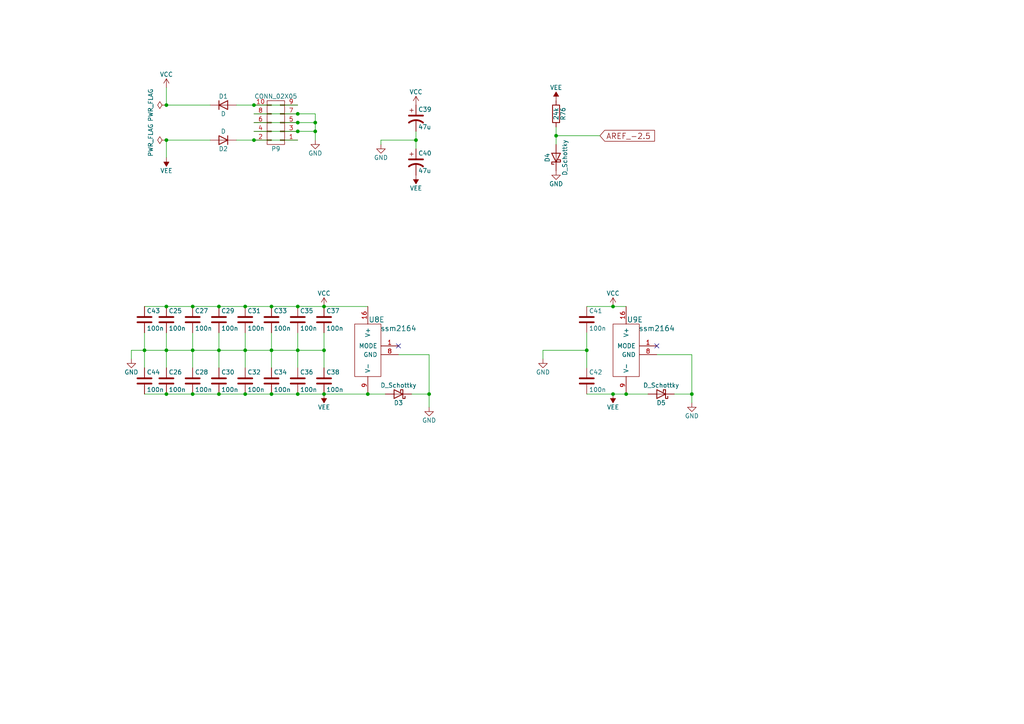
<source format=kicad_sch>
(kicad_sch (version 20211123) (generator eeschema)
  (paper "A4")
  (title_block (title "Tetra VCA") (date "2021-07-21") (rev "1") (company "SOLI.SYNTH") (comment 1 "www.solisynth.com"))
  (lib_symbols
    (symbol "Device:C" (pin_numbers hide) (pin_names (offset 0.254))
      (property "Reference" "C" (at 0.635 2.54 0))
      (property "Value" "C" (at 0.635 -2.54 0))
      (symbol "C_0_1"
        (polyline (pts (xy -2.032 -0.762) (xy 2.032 -0.762)) (stroke (width 0.508)))
        (polyline (pts (xy -2.032 0.762) (xy 2.032 0.762)) (stroke (width 0.508)))
      )
      (symbol "C_1_1"
        (pin passive line (at 0 3.81 270) (length 2.794) (name "~") (number "1"))
        (pin passive line (at 0 -3.81 90) (length 2.794) (name "~") (number "2"))
      )
    )
    (symbol "Device:D" (pin_numbers hide) (pin_names (offset 1.016) hide)
      (property "Reference" "D" (at 0 2.54 0))
      (property "Value" "D" (at 0 -2.54 0))
      (symbol "D_0_1"
        (polyline (pts (xy -1.27 1.27) (xy -1.27 -1.27)) (stroke (width 0.254)))
        (polyline (pts (xy 1.27 0) (xy -1.27 0)))
        (polyline (pts (xy 1.27 1.27) (xy 1.27 -1.27) (xy -1.27 0) (xy 1.27 1.27)) (stroke (width 0.254)))
      )
      (symbol "D_1_1"
        (pin passive line (at -3.81 0 0) (length 2.54) (name "K") (number "1"))
        (pin passive line (at 3.81 0 180) (length 2.54) (name "A") (number "2"))
      )
    )
    (symbol "Device:D_Schottky" (pin_numbers hide) (pin_names (offset 1.016) hide)
      (property "Reference" "D" (at 0 2.54 0))
      (property "Value" "D_Schottky" (at 0 -2.54 0))
      (symbol "D_Schottky_0_1"
        (polyline (pts (xy 1.27 0) (xy -1.27 0)))
        (polyline (pts (xy 1.27 1.27) (xy 1.27 -1.27) (xy -1.27 0) (xy 1.27 1.27)) (stroke (width 0.254)))
        (polyline (pts (xy -1.905 0.635) (xy -1.905 1.27) (xy -1.27 1.27) (xy -1.27 -1.27) (xy -0.635 -1.27) (xy -0.635 -0.635)) (stroke (width 0.254)))
      )
      (symbol "D_Schottky_1_1"
        (pin passive line (at -3.81 0 0) (length 2.54) (name "K") (number "1"))
        (pin passive line (at 3.81 0 180) (length 2.54) (name "A") (number "2"))
      )
    )
    (symbol "Device:R" (pin_numbers hide) (pin_names (offset 0))
      (property "Reference" "R" (at 2.032 0 90))
      (property "Value" "R" (at 0 0 90))
      (symbol "R_0_1"
        (rectangle (start -1.016 -2.54) (end 1.016 2.54) (stroke (width 0.254)))
      )
      (symbol "R_1_1"
        (pin passive line (at 0 3.81 270) (length 1.27) (name "~") (number "1"))
        (pin passive line (at 0 -3.81 90) (length 1.27) (name "~") (number "2"))
      )
    )
    (symbol "TetraVCA-rescue:CP1-Device" (pin_numbers hide) (pin_names (offset 0.254) hide)
      (property "Reference" "C" (at 0.635 2.54 0))
      (property "Value" "CP1-Device" (at 0.635 -2.54 0))
      (symbol "CP1-Device_0_1"
        (polyline (pts (xy -2.032 0.762) (xy 2.032 0.762)) (stroke (width 0.508)))
        (polyline (pts (xy -1.778 2.286) (xy -0.762 2.286)))
        (polyline (pts (xy -1.27 1.778) (xy -1.27 2.794)))
        (arc (start 2.032 -1.27) (mid 0 -0.5572) (end -2.032 -1.27) (stroke (width 0.508)))
      )
      (symbol "CP1-Device_1_1"
        (pin passive line (at 0 3.81 270) (length 2.794) (name "~") (number "1"))
        (pin passive line (at 0 -3.81 90) (length 3.302) (name "~") (number "2"))
      )
    )
    (symbol "TetraVCA_3_0-rescue:CONN_02X05-tetraVCA-rescue-TetraVCA_2.0-rescue" (pin_names (offset 0.0254) hide)
      (property "Reference" "P" (at 0 7.62 0))
      (property "Value" "CONN_02X05-tetraVCA-rescue-TetraVCA_2.0-rescue" (at 0 -7.62 0))
      (symbol "CONN_02X05-tetraVCA-rescue-TetraVCA_2.0-rescue_0_1"
        (rectangle (start -2.54 -4.953) (end -1.27 -5.207))
        (rectangle (start -2.54 -2.413) (end -1.27 -2.667))
        (rectangle (start -2.54 0.127) (end -1.27 -0.127))
        (rectangle (start -2.54 2.667) (end -1.27 2.413))
        (rectangle (start -2.54 5.207) (end -1.27 4.953))
        (rectangle (start -2.54 6.35) (end 2.54 -6.35))
        (rectangle (start 1.27 -4.953) (end 2.54 -5.207))
        (rectangle (start 1.27 -2.413) (end 2.54 -2.667))
        (rectangle (start 1.27 0.127) (end 2.54 -0.127))
        (rectangle (start 1.27 2.667) (end 2.54 2.413))
        (rectangle (start 1.27 5.207) (end 2.54 4.953))
      )
      (symbol "CONN_02X05-tetraVCA-rescue-TetraVCA_2.0-rescue_1_1"
        (pin passive line (at -6.35 5.08 0) (length 3.81) (name "P1") (number "1"))
        (pin passive line (at 6.35 -5.08 180) (length 3.81) (name "P10") (number "10"))
        (pin passive line (at 6.35 5.08 180) (length 3.81) (name "P2") (number "2"))
        (pin passive line (at -6.35 2.54 0) (length 3.81) (name "P3") (number "3"))
        (pin passive line (at 6.35 2.54 180) (length 3.81) (name "P4") (number "4"))
        (pin passive line (at -6.35 0 0) (length 3.81) (name "P5") (number "5"))
        (pin passive line (at 6.35 0 180) (length 3.81) (name "P6") (number "6"))
        (pin passive line (at -6.35 -2.54 0) (length 3.81) (name "P7") (number "7"))
        (pin passive line (at 6.35 -2.54 180) (length 3.81) (name "P8") (number "8"))
        (pin passive line (at -6.35 -5.08 0) (length 3.81) (name "P9") (number "9"))
      )
    )
    (symbol "TetraVCA_3_0-rescue:ssm2164-tetraVCA-rescue-TetraVCA_2.0-rescue" (pin_names (offset 1.016))
      (property "Reference" "U" (at 6.35 -6.35 0))
      (property "Value" "ssm2164-tetraVCA-rescue-TetraVCA_2.0-rescue" (at 8.89 -8.89 0))
      (symbol "ssm2164-tetraVCA-rescue-TetraVCA_2.0-rescue_1_1"
        (polyline (pts (xy -1.27 2.54) (xy -1.27 -2.54) (xy 1.27 -2.54) (xy 5.08 0) (xy 1.27 2.54) (xy 1.27 -2.54) (xy -1.27 2.54) (xy 1.27 2.54) (xy -1.27 -2.54)))
        (pin input line (at -6.35 0 0) (length 5.08) (name "~") (number "2"))
        (pin input line (at 0 -7.62 90) (length 5.08) (name "~") (number "3"))
        (pin input line (at 10.16 0 180) (length 5.08) (name "~") (number "4"))
      )
      (symbol "ssm2164-tetraVCA-rescue-TetraVCA_2.0-rescue_2_1"
        (polyline (pts (xy -1.27 2.54) (xy -1.27 -2.54) (xy 1.27 -2.54) (xy 5.08 0) (xy 1.27 2.54) (xy 1.27 -2.54) (xy -1.27 2.54) (xy 1.27 2.54) (xy -1.27 -2.54)))
        (pin input line (at 10.16 0 180) (length 5.08) (name "~") (number "5"))
        (pin input line (at 0 -7.62 90) (length 5.08) (name "~") (number "6"))
        (pin input line (at -6.35 0 0) (length 5.08) (name "~") (number "7"))
      )
      (symbol "ssm2164-tetraVCA-rescue-TetraVCA_2.0-rescue_3_1"
        (polyline (pts (xy -1.27 2.54) (xy -1.27 -2.54) (xy 1.27 -2.54) (xy 5.08 0) (xy 1.27 2.54) (xy 1.27 -2.54) (xy -1.27 2.54) (xy 1.27 2.54) (xy -1.27 -2.54)))
        (pin input line (at -6.35 0 0) (length 5.08) (name "~") (number "10"))
        (pin input line (at 0 -7.62 90) (length 5.08) (name "~") (number "11"))
        (pin input line (at 10.16 0 180) (length 5.08) (name "~") (number "12"))
      )
      (symbol "ssm2164-tetraVCA-rescue-TetraVCA_2.0-rescue_4_1"
        (polyline (pts (xy -1.27 2.54) (xy -1.27 -2.54) (xy 1.27 -2.54) (xy 5.08 0) (xy 1.27 2.54) (xy 1.27 -2.54) (xy -1.27 2.54) (xy 1.27 2.54) (xy -1.27 -2.54)))
        (pin input line (at 10.16 0 180) (length 5.08) (name "~") (number "13"))
        (pin input line (at 0 -7.62 90) (length 5.08) (name "~") (number "14"))
        (pin input line (at -6.35 0 0) (length 5.08) (name "~") (number "15"))
      )
      (symbol "ssm2164-tetraVCA-rescue-TetraVCA_2.0-rescue_5_1"
        (rectangle (start 3.81 7.62) (end -3.81 -7.62))
        (pin input line (at 8.89 1.27 180) (length 5.08) (name "MODE") (number "1"))
        (pin input line (at 0 12.7 270) (length 5.08) (name "V+") (number "16"))
        (pin input line (at 8.89 -1.27 180) (length 5.08) (name "GND") (number "8"))
        (pin input line (at 0 -12.7 90) (length 5.08) (name "V-") (number "9"))
      )
    )
    (symbol "power:GND" (power) (pin_names (offset 0))
      (property "Value" "GND" (at 0 -3.81 0))
      (symbol "GND_0_1"
        (polyline (pts (xy 0 0) (xy 0 -1.27) (xy 1.27 -1.27) (xy 0 -2.54) (xy -1.27 -1.27) (xy 0 -1.27)))
      )
      (symbol "GND_1_1"
        (pin power_in line (at 0 0 270) (length 0) hide (name "GND") (number "1"))
      )
    )
    (symbol "power:PWR_FLAG" (power) (pin_numbers hide) (pin_names (offset 0) hide)
      (property "Value" "PWR_FLAG" (at 0 3.81 0))
      (symbol "PWR_FLAG_0_0"
        (pin power_out line (at 0 0 90) (length 0) (name "pwr") (number "1"))
      )
      (symbol "PWR_FLAG_0_1"
        (polyline (pts (xy 0 0) (xy 0 1.27) (xy -1.016 1.905) (xy 0 2.54) (xy 1.016 1.905) (xy 0 1.27)))
      )
    )
    (symbol "power:VCC" (power) (pin_names (offset 0))
      (property "Value" "VCC" (at 0 3.81 0))
      (symbol "VCC_0_1"
        (polyline (pts (xy -0.762 1.27) (xy 0 2.54)))
        (polyline (pts (xy 0 0) (xy 0 2.54)))
        (polyline (pts (xy 0 2.54) (xy 0.762 1.27)))
      )
      (symbol "VCC_1_1"
        (pin power_in line (at 0 0 90) (length 0) hide (name "VCC") (number "1"))
      )
    )
    (symbol "power:VEE" (power) (pin_names (offset 0))
      (property "Value" "VEE" (at 0 3.81 0))
      (symbol "VEE_0_1"
        (polyline (pts (xy 0 0) (xy 0 2.54)))
        (polyline (pts (xy 0.762 1.27) (xy -0.762 1.27) (xy 0 2.54) (xy 0.762 1.27)) (fill (type outline)))
      )
      (symbol "VEE_1_1"
        (pin power_in line (at 0 0 90) (length 0) hide (name "VEE") (number "1"))
      )
    )
  )
  (junction (at 63.5 101.6))
  (junction (at 86.36 88.9))
  (junction (at 78.74 101.6))
  (junction (at 91.44 38.1))
  (junction (at 48.26 40.64))
  (junction (at 73.66 40.64))
  (junction (at 48.26 101.6))
  (junction (at 48.26 30.48))
  (junction (at 78.74 114.3))
  (junction (at 106.68 114.3))
  (junction (at 91.44 35.56))
  (junction (at 71.12 88.9))
  (junction (at 86.36 114.3))
  (junction (at 78.74 88.9))
  (junction (at 124.46 114.3))
  (junction (at 93.98 114.3))
  (junction (at 120.65 40.64))
  (junction (at 86.36 33.02))
  (junction (at 93.98 88.9))
  (junction (at 55.88 101.6))
  (junction (at 71.12 114.3))
  (junction (at 48.26 114.3))
  (junction (at 86.36 38.1))
  (junction (at 93.98 101.6))
  (junction (at 161.29 39.37))
  (junction (at 71.12 101.6))
  (junction (at 200.66 114.3))
  (junction (at 177.8 88.9))
  (junction (at 55.88 114.3))
  (junction (at 86.36 101.6))
  (junction (at 41.91 101.6))
  (junction (at 170.18 101.6))
  (junction (at 63.5 88.9))
  (junction (at 63.5 114.3))
  (junction (at 181.61 114.3))
  (junction (at 48.26 88.9))
  (junction (at 55.88 88.9))
  (junction (at 177.8 114.3))
  (junction (at 73.66 30.48))
  (junction (at 86.36 35.56))
  (no_connect (at 115.57 100.33))
  (no_connect (at 190.5 100.33))
  (wire (pts (xy 170.18 88.9) (xy 177.8 88.9)))
  (wire (pts (xy 177.8 88.9) (xy 181.61 88.9)))
  (wire (pts (xy 124.46 114.3) (xy 124.46 118.11)))
  (wire (pts (xy 161.29 36.83) (xy 161.29 39.37)))
  (wire (pts (xy 110.49 40.64) (xy 120.65 40.64)))
  (wire (pts (xy 55.88 88.9) (xy 63.5 88.9)))
  (wire (pts (xy 93.98 114.3) (xy 106.68 114.3)))
  (wire (pts (xy 200.66 114.3) (xy 195.58 114.3)))
  (wire (pts (xy 55.88 114.3) (xy 63.5 114.3)))
  (wire (pts (xy 91.44 38.1) (xy 91.44 40.64)))
  (wire (pts (xy 55.88 101.6) (xy 63.5 101.6)))
  (wire (pts (xy 110.49 41.91) (xy 110.49 40.64)))
  (wire (pts (xy 41.91 96.52) (xy 41.91 101.6)))
  (wire (pts (xy 73.66 30.48) (xy 86.36 30.48)))
  (wire (pts (xy 71.12 96.52) (xy 71.12 101.6)))
  (wire (pts (xy 86.36 101.6) (xy 86.36 106.68)))
  (wire (pts (xy 124.46 102.87) (xy 124.46 114.3)))
  (wire (pts (xy 71.12 101.6) (xy 78.74 101.6)))
  (wire (pts (xy 55.88 96.52) (xy 55.88 101.6)))
  (wire (pts (xy 41.91 114.3) (xy 48.26 114.3)))
  (wire (pts (xy 200.66 114.3) (xy 200.66 116.84)))
  (wire (pts (xy 73.66 33.02) (xy 86.36 33.02)))
  (wire (pts (xy 63.5 101.6) (xy 71.12 101.6)))
  (wire (pts (xy 170.18 106.68) (xy 170.18 101.6)))
  (wire (pts (xy 71.12 88.9) (xy 78.74 88.9)))
  (wire (pts (xy 48.26 101.6) (xy 55.88 101.6)))
  (wire (pts (xy 68.58 30.48) (xy 73.66 30.48)))
  (wire (pts (xy 170.18 114.3) (xy 177.8 114.3)))
  (wire (pts (xy 86.36 101.6) (xy 93.98 101.6)))
  (wire (pts (xy 78.74 114.3) (xy 86.36 114.3)))
  (wire (pts (xy 93.98 96.52) (xy 93.98 101.6)))
  (wire (pts (xy 63.5 114.3) (xy 71.12 114.3)))
  (wire (pts (xy 48.26 88.9) (xy 55.88 88.9)))
  (wire (pts (xy 48.26 30.48) (xy 48.26 25.4)))
  (wire (pts (xy 177.8 114.3) (xy 181.61 114.3)))
  (wire (pts (xy 78.74 101.6) (xy 78.74 106.68)))
  (wire (pts (xy 38.1 101.6) (xy 41.91 101.6)))
  (wire (pts (xy 73.66 38.1) (xy 86.36 38.1)))
  (wire (pts (xy 86.36 114.3) (xy 93.98 114.3)))
  (wire (pts (xy 38.1 104.14) (xy 38.1 101.6)))
  (wire (pts (xy 161.29 39.37) (xy 161.29 41.91)))
  (wire (pts (xy 115.57 102.87) (xy 124.46 102.87)))
  (wire (pts (xy 73.66 40.64) (xy 86.36 40.64)))
  (wire (pts (xy 63.5 101.6) (xy 63.5 106.68)))
  (wire (pts (xy 93.98 101.6) (xy 93.98 106.68)))
  (wire (pts (xy 91.44 35.56) (xy 91.44 38.1)))
  (wire (pts (xy 200.66 102.87) (xy 200.66 114.3)))
  (wire (pts (xy 86.36 96.52) (xy 86.36 101.6)))
  (wire (pts (xy 48.26 40.64) (xy 48.26 45.72)))
  (wire (pts (xy 48.26 30.48) (xy 60.96 30.48)))
  (wire (pts (xy 157.48 104.14) (xy 157.48 101.6)))
  (wire (pts (xy 41.91 88.9) (xy 48.26 88.9)))
  (wire (pts (xy 48.26 101.6) (xy 48.26 106.68)))
  (wire (pts (xy 41.91 101.6) (xy 48.26 101.6)))
  (wire (pts (xy 48.26 114.3) (xy 55.88 114.3)))
  (wire (pts (xy 68.58 40.64) (xy 73.66 40.64)))
  (wire (pts (xy 78.74 88.9) (xy 86.36 88.9)))
  (wire (pts (xy 73.66 35.56) (xy 86.36 35.56)))
  (wire (pts (xy 161.29 39.37) (xy 173.99 39.37)))
  (wire (pts (xy 86.36 35.56) (xy 91.44 35.56)))
  (wire (pts (xy 106.68 114.3) (xy 111.76 114.3)))
  (wire (pts (xy 181.61 114.3) (xy 187.96 114.3)))
  (wire (pts (xy 93.98 88.9) (xy 106.68 88.9)))
  (wire (pts (xy 170.18 101.6) (xy 170.18 96.52)))
  (wire (pts (xy 120.65 38.1) (xy 120.65 40.64)))
  (wire (pts (xy 78.74 101.6) (xy 86.36 101.6)))
  (wire (pts (xy 190.5 102.87) (xy 200.66 102.87)))
  (wire (pts (xy 86.36 38.1) (xy 91.44 38.1)))
  (wire (pts (xy 71.12 101.6) (xy 71.12 106.68)))
  (wire (pts (xy 63.5 96.52) (xy 63.5 101.6)))
  (wire (pts (xy 55.88 101.6) (xy 55.88 106.68)))
  (wire (pts (xy 86.36 33.02) (xy 91.44 33.02)))
  (wire (pts (xy 120.65 40.64) (xy 120.65 43.18)))
  (wire (pts (xy 91.44 33.02) (xy 91.44 35.56)))
  (wire (pts (xy 41.91 106.68) (xy 41.91 101.6)))
  (wire (pts (xy 71.12 114.3) (xy 78.74 114.3)))
  (wire (pts (xy 157.48 101.6) (xy 170.18 101.6)))
  (wire (pts (xy 124.46 114.3) (xy 119.38 114.3)))
  (wire (pts (xy 78.74 96.52) (xy 78.74 101.6)))
  (wire (pts (xy 48.26 96.52) (xy 48.26 101.6)))
  (wire (pts (xy 48.26 40.64) (xy 60.96 40.64)))
  (wire (pts (xy 63.5 88.9) (xy 71.12 88.9)))
  (wire (pts (xy 86.36 88.9) (xy 93.98 88.9)))
  (global_label "AREF_-2.5" (shape input) (at 173.99 39.37 0) (effects (font (size 1.6002 1.6002))) (property "Intersheet References" "${INTERSHEET_REFS}" (effects hide)))
  (symbol (lib_id "TetraVCA_3_0-rescue:CONN_02X05-tetraVCA-rescue-TetraVCA_2.0-rescue") (at 80.01 35.56 180) (unit 1)
    (property "Reference" "P9" (at 80.01 43.18 0))
    (property "Value" "CONN_02X05" (at 80.01 27.94 0))
    (property "Footprint" "Connector_IDC:IDC-Header_2x05_P2.54mm_Vertical" (effects hide))
    (property "MFN" "Wurth Elektronik" (effects hide))
    (property "MPN" "61201021621" (effects hide))
  )
  (symbol (lib_id "Device:D") (at 64.77 30.48 0) (unit 1)
    (property "Reference" "D1" (at 64.77 27.94 0))
    (property "Value" "D" (at 64.77 33.02 0))
    (property "Footprint" "Diode_SMD:D_0603_1608Metric_Pad1.05x0.95mm_HandSolder" (effects hide))
  )
  (symbol (lib_id "power:VCC") (at 48.26 25.4 0) (unit 1)
    (property "Reference" "#PWR0205" (effects hide))
    (property "Value" "VCC" (at 48.26 21.59 0))
  )
  (symbol (lib_id "power:GND") (at 91.44 40.64 0) (unit 1)
    (property "Reference" "#PWR0206" (effects hide))
    (property "Value" "GND" (at 91.44 44.45 0))
  )
  (symbol (lib_id "Device:D") (at 64.77 40.64 180) (unit 1)
    (property "Reference" "D2" (at 64.77 43.18 0))
    (property "Value" "D" (at 64.77 38.1 0))
    (property "Footprint" "Diode_SMD:D_0603_1608Metric_Pad1.05x0.95mm_HandSolder" (effects hide))
  )
  (symbol (lib_id "power:VEE") (at 48.26 45.72 180) (unit 1)
    (property "Reference" "#PWR0207" (effects hide))
    (property "Value" "VEE" (at 48.26 49.53 0))
  )
  (symbol (lib_id "TetraVCA-rescue:CP1-Device") (at 120.65 34.29 0) (unit 1)
    (property "Reference" "C39" (at 121.285 31.75 0) (effects (justify left)))
    (property "Value" "47u" (at 121.285 36.83 0) (effects (justify left)))
    (property "Footprint" "Capacitor_SMD:CP_Elec_6.3x5.3" (effects hide))
  )
  (symbol (lib_id "TetraVCA-rescue:CP1-Device") (at 120.65 46.99 0) (unit 1)
    (property "Reference" "C40" (at 121.285 44.45 0) (effects (justify left)))
    (property "Value" "47u" (at 121.285 49.53 0) (effects (justify left)))
    (property "Footprint" "Capacitor_SMD:CP_Elec_6.3x5.3" (effects hide))
  )
  (symbol (lib_id "power:GND") (at 110.49 41.91 0) (unit 1)
    (property "Reference" "#PWR0208" (effects hide))
    (property "Value" "GND" (at 110.49 45.72 0))
  )
  (symbol (lib_id "power:VEE") (at 120.65 50.8 180) (unit 1)
    (property "Reference" "#PWR0209" (effects hide))
    (property "Value" "VEE" (at 120.65 54.61 0))
  )
  (symbol (lib_id "power:VCC") (at 120.65 30.48 0) (unit 1)
    (property "Reference" "#PWR0210" (effects hide))
    (property "Value" "VCC" (at 120.65 26.67 0))
  )
  (symbol (lib_id "Device:D_Schottky") (at 161.29 45.72 90) (unit 1)
    (property "Reference" "D4" (at 158.75 45.72 0))
    (property "Value" "D_Schottky" (at 163.83 45.72 0))
    (property "Footprint" "Package_TO_SOT_SMD:TSOT-23" (effects hide))
    (property "MFN" "Microchip Technology" (effects hide))
    (property "MPN" "LM4040CYM3-2.5-TR" (effects hide))
  )
  (symbol (lib_id "Device:R") (at 161.29 33.02 0) (unit 1)
    (property "Reference" "R76" (at 163.322 33.02 90))
    (property "Value" "24k" (at 161.29 33.02 90))
    (property "Footprint" "Resistor_SMD:R_0603_1608Metric_Pad1.05x0.95mm_HandSolder" (effects hide))
  )
  (symbol (lib_id "power:VEE") (at 161.29 29.21 0) (unit 1)
    (property "Reference" "#PWR0211" (effects hide))
    (property "Value" "VEE" (at 161.29 25.4 0))
  )
  (symbol (lib_id "power:GND") (at 161.29 49.53 0) (unit 1)
    (property "Reference" "#PWR0212" (effects hide))
    (property "Value" "GND" (at 161.29 53.34 0))
  )
  (symbol (lib_id "TetraVCA_3_0-rescue:ssm2164-tetraVCA-rescue-TetraVCA_2.0-rescue") (at 106.68 101.6 0) (unit 5)
    (property "Reference" "U8" (at 109.22 92.71 0) (effects (font (size 1.524 1.524))))
    (property "Value" "ssm2164" (at 115.57 95.25 0) (effects (font (size 1.524 1.524))))
    (property "Footprint" "Package_SO:SOIC-16_3.9x9.9mm_P1.27mm" (effects hide))
    (property "MFN" "cool audio" (effects hide))
    (property "MPN" "SSM2164" (effects hide))
  )
  (symbol (lib_id "TetraVCA_3_0-rescue:ssm2164-tetraVCA-rescue-TetraVCA_2.0-rescue") (at 181.61 101.6 0) (unit 5)
    (property "Reference" "U9" (at 184.15 92.71 0) (effects (font (size 1.524 1.524))))
    (property "Value" "ssm2164" (at 190.5 95.25 0) (effects (font (size 1.524 1.524))))
    (property "Footprint" "Package_SO:SOIC-16_3.9x9.9mm_P1.27mm" (effects hide))
    (property "MFN" "cool audio" (effects hide))
    (property "MPN" "SSM2164" (effects hide))
  )
  (symbol (lib_id "Device:C") (at 93.98 92.71 0) (unit 1)
    (property "Reference" "C37" (at 94.615 90.17 0) (effects (justify left)))
    (property "Value" "100n" (at 94.615 95.25 0) (effects (justify left)))
    (property "Footprint" "Capacitor_SMD:C_0603_1608Metric_Pad1.05x0.95mm_HandSolder" (effects hide))
  )
  (symbol (lib_id "Device:C") (at 86.36 92.71 0) (unit 1)
    (property "Reference" "C35" (at 86.995 90.17 0) (effects (justify left)))
    (property "Value" "100n" (at 86.995 95.25 0) (effects (justify left)))
    (property "Footprint" "Capacitor_SMD:C_0603_1608Metric_Pad1.05x0.95mm_HandSolder" (effects hide))
  )
  (symbol (lib_id "Device:C") (at 78.74 92.71 0) (unit 1)
    (property "Reference" "C33" (at 79.375 90.17 0) (effects (justify left)))
    (property "Value" "100n" (at 79.375 95.25 0) (effects (justify left)))
    (property "Footprint" "Capacitor_SMD:C_0603_1608Metric_Pad1.05x0.95mm_HandSolder" (effects hide))
  )
  (symbol (lib_id "Device:C") (at 71.12 92.71 0) (unit 1)
    (property "Reference" "C31" (at 71.755 90.17 0) (effects (justify left)))
    (property "Value" "100n" (at 71.755 95.25 0) (effects (justify left)))
    (property "Footprint" "Capacitor_SMD:C_0603_1608Metric_Pad1.05x0.95mm_HandSolder" (effects hide))
  )
  (symbol (lib_id "Device:C") (at 63.5 92.71 0) (unit 1)
    (property "Reference" "C29" (at 64.135 90.17 0) (effects (justify left)))
    (property "Value" "100n" (at 64.135 95.25 0) (effects (justify left)))
    (property "Footprint" "Capacitor_SMD:C_0603_1608Metric_Pad1.05x0.95mm_HandSolder" (effects hide))
  )
  (symbol (lib_id "Device:C") (at 55.88 92.71 0) (unit 1)
    (property "Reference" "C27" (at 56.515 90.17 0) (effects (justify left)))
    (property "Value" "100n" (at 56.515 95.25 0) (effects (justify left)))
    (property "Footprint" "Capacitor_SMD:C_0603_1608Metric_Pad1.05x0.95mm_HandSolder" (effects hide))
  )
  (symbol (lib_id "Device:C") (at 48.26 92.71 0) (unit 1)
    (property "Reference" "C25" (at 48.895 90.17 0) (effects (justify left)))
    (property "Value" "100n" (at 48.895 95.25 0) (effects (justify left)))
    (property "Footprint" "Capacitor_SMD:C_0603_1608Metric_Pad1.05x0.95mm_HandSolder" (effects hide))
  )
  (symbol (lib_id "Device:C") (at 93.98 110.49 0) (unit 1)
    (property "Reference" "C38" (at 94.615 107.95 0) (effects (justify left)))
    (property "Value" "100n" (at 94.615 113.03 0) (effects (justify left)))
    (property "Footprint" "Capacitor_SMD:C_0603_1608Metric_Pad1.05x0.95mm_HandSolder" (effects hide))
  )
  (symbol (lib_id "Device:C") (at 86.36 110.49 0) (unit 1)
    (property "Reference" "C36" (at 86.995 107.95 0) (effects (justify left)))
    (property "Value" "100n" (at 86.995 113.03 0) (effects (justify left)))
    (property "Footprint" "Capacitor_SMD:C_0603_1608Metric_Pad1.05x0.95mm_HandSolder" (effects hide))
  )
  (symbol (lib_id "Device:C") (at 78.74 110.49 0) (unit 1)
    (property "Reference" "C34" (at 79.375 107.95 0) (effects (justify left)))
    (property "Value" "100n" (at 79.375 113.03 0) (effects (justify left)))
    (property "Footprint" "Capacitor_SMD:C_0603_1608Metric_Pad1.05x0.95mm_HandSolder" (effects hide))
  )
  (symbol (lib_id "Device:C") (at 71.12 110.49 0) (unit 1)
    (property "Reference" "C32" (at 71.755 107.95 0) (effects (justify left)))
    (property "Value" "100n" (at 71.755 113.03 0) (effects (justify left)))
    (property "Footprint" "Capacitor_SMD:C_0603_1608Metric_Pad1.05x0.95mm_HandSolder" (effects hide))
  )
  (symbol (lib_id "Device:C") (at 63.5 110.49 0) (unit 1)
    (property "Reference" "C30" (at 64.135 107.95 0) (effects (justify left)))
    (property "Value" "100n" (at 64.135 113.03 0) (effects (justify left)))
    (property "Footprint" "Capacitor_SMD:C_0603_1608Metric_Pad1.05x0.95mm_HandSolder" (effects hide))
  )
  (symbol (lib_id "Device:C") (at 55.88 110.49 0) (unit 1)
    (property "Reference" "C28" (at 56.515 107.95 0) (effects (justify left)))
    (property "Value" "100n" (at 56.515 113.03 0) (effects (justify left)))
    (property "Footprint" "Capacitor_SMD:C_0603_1608Metric_Pad1.05x0.95mm_HandSolder" (effects hide))
  )
  (symbol (lib_id "Device:C") (at 48.26 110.49 0) (unit 1)
    (property "Reference" "C26" (at 48.895 107.95 0) (effects (justify left)))
    (property "Value" "100n" (at 48.895 113.03 0) (effects (justify left)))
    (property "Footprint" "Capacitor_SMD:C_0603_1608Metric_Pad1.05x0.95mm_HandSolder" (effects hide))
  )
  (symbol (lib_id "power:GND") (at 38.1 104.14 0) (unit 1)
    (property "Reference" "#PWR0213" (effects hide))
    (property "Value" "GND" (at 38.1 107.95 0))
  )
  (symbol (lib_id "Device:C") (at 170.18 92.71 0) (unit 1)
    (property "Reference" "C41" (at 170.815 90.17 0) (effects (justify left)))
    (property "Value" "100n" (at 170.815 95.25 0) (effects (justify left)))
    (property "Footprint" "Capacitor_SMD:C_0603_1608Metric_Pad1.05x0.95mm_HandSolder" (effects hide))
  )
  (symbol (lib_id "Device:C") (at 170.18 110.49 0) (unit 1)
    (property "Reference" "C42" (at 170.815 107.95 0) (effects (justify left)))
    (property "Value" "100n" (at 170.815 113.03 0) (effects (justify left)))
    (property "Footprint" "Capacitor_SMD:C_0603_1608Metric_Pad1.05x0.95mm_HandSolder" (effects hide))
  )
  (symbol (lib_id "power:GND") (at 157.48 104.14 0) (unit 1)
    (property "Reference" "#PWR0214" (effects hide))
    (property "Value" "GND" (at 157.48 107.95 0))
  )
  (symbol (lib_id "Device:D_Schottky") (at 191.77 114.3 180) (unit 1)
    (property "Reference" "D5" (at 191.77 116.84 0))
    (property "Value" "D_Schottky" (at 191.77 111.76 0))
    (property "Footprint" "Diode_SMD:D_0603_1608Metric_Pad1.05x0.95mm_HandSolder" (effects hide))
  )
  (symbol (lib_id "Device:D_Schottky") (at 115.57 114.3 180) (unit 1)
    (property "Reference" "D3" (at 115.57 116.84 0))
    (property "Value" "D_Schottky" (at 115.57 111.76 0))
    (property "Footprint" "Diode_SMD:D_0603_1608Metric_Pad1.05x0.95mm_HandSolder" (effects hide))
  )
  (symbol (lib_id "power:GND") (at 200.66 116.84 0) (unit 1)
    (property "Reference" "#PWR0215" (effects hide))
    (property "Value" "GND" (at 200.66 120.65 0))
  )
  (symbol (lib_id "power:GND") (at 124.46 118.11 0) (unit 1)
    (property "Reference" "#PWR0216" (effects hide))
    (property "Value" "GND" (at 124.46 121.92 0))
  )
  (symbol (lib_id "power:VCC") (at 93.98 88.9 0) (unit 1)
    (property "Reference" "#PWR0217" (effects hide))
    (property "Value" "VCC" (at 93.98 85.09 0))
  )
  (symbol (lib_id "power:VCC") (at 177.8 88.9 0) (unit 1)
    (property "Reference" "#PWR0218" (effects hide))
    (property "Value" "VCC" (at 177.8 85.09 0))
  )
  (symbol (lib_id "power:VEE") (at 93.98 114.3 180) (unit 1)
    (property "Reference" "#PWR0219" (effects hide))
    (property "Value" "VEE" (at 93.98 118.11 0))
  )
  (symbol (lib_id "power:VEE") (at 177.8 114.3 180) (unit 1)
    (property "Reference" "#PWR0220" (effects hide))
    (property "Value" "VEE" (at 177.8 118.11 0))
  )
  (symbol (lib_id "power:PWR_FLAG") (at 48.26 30.48 90) (unit 1)
    (property "Reference" "#FLG0101" (effects hide))
    (property "Value" "PWR_FLAG" (at 43.688 30.48 0))
  )
  (symbol (lib_id "power:PWR_FLAG") (at 48.26 40.64 90) (unit 1)
    (property "Reference" "#FLG0102" (effects hide))
    (property "Value" "PWR_FLAG" (at 43.688 40.64 0))
  )
  (symbol (lib_id "Device:C") (at 41.91 92.71 0) (unit 1)
    (property "Reference" "C43" (at 42.545 90.17 0) (effects (justify left)))
    (property "Value" "100n" (at 42.545 95.25 0) (effects (justify left)))
    (property "Footprint" "Capacitor_SMD:C_0603_1608Metric_Pad1.05x0.95mm_HandSolder" (effects hide))
  )
  (symbol (lib_id "Device:C") (at 41.91 110.49 0) (unit 1)
    (property "Reference" "C44" (at 42.545 107.95 0) (effects (justify left)))
    (property "Value" "100n" (at 42.545 113.03 0) (effects (justify left)))
    (property "Footprint" "Capacitor_SMD:C_0603_1608Metric_Pad1.05x0.95mm_HandSolder" (effects hide))
  )
)
</source>
